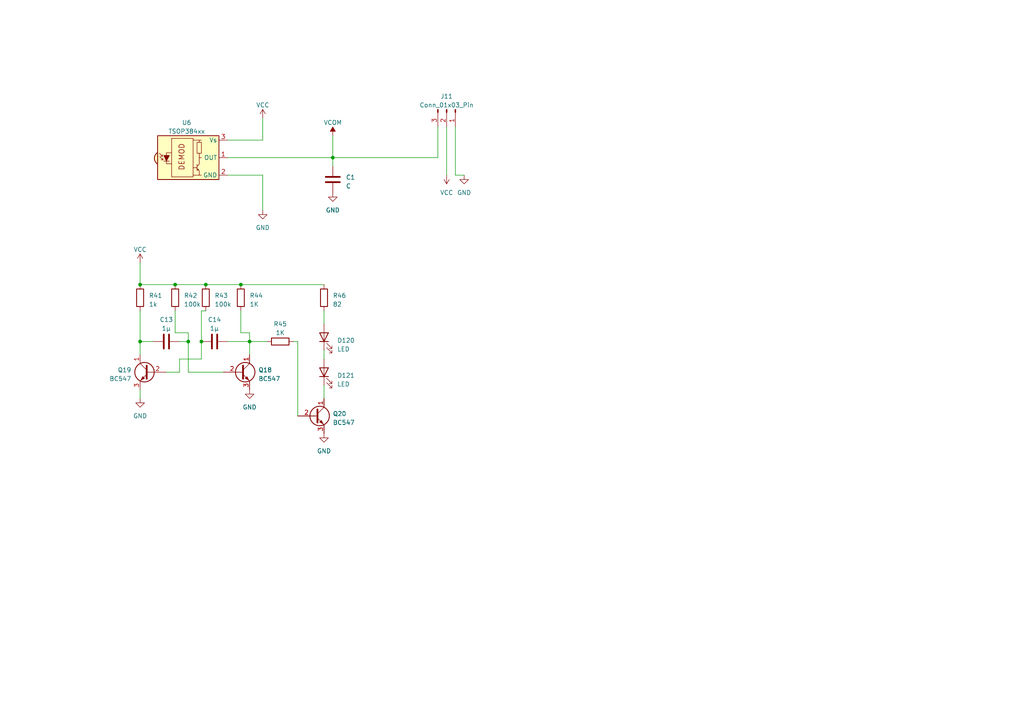
<source format=kicad_sch>
(kicad_sch (version 20230121) (generator eeschema)
  (paper "A4")
  (lib_symbols
    (symbol "Connector:Conn_01x03_Pin" (pin_names (offset 1.016) hide)
      (property "Reference" "J" (at 0 5.08 0))
      (property "Value" "Conn_01x03_Pin" (at 0 -5.08 0))
      (symbol "Conn_01x03_Pin_1_1"
        (polyline (pts (xy 1.27 -2.54) (xy 0.8636 -2.54)) (stroke (width 0.1524)))
        (polyline (pts (xy 1.27 0) (xy 0.8636 0)) (stroke (width 0.1524)))
        (polyline (pts (xy 1.27 2.54) (xy 0.8636 2.54)) (stroke (width 0.1524)))
        (rectangle (start 0.8636 -2.413) (end 0 -2.667) (stroke (width 0.1524)) (fill (type outline)))
        (rectangle (start 0.8636 0.127) (end 0 -0.127) (stroke (width 0.1524)) (fill (type outline)))
        (rectangle (start 0.8636 2.667) (end 0 2.413) (stroke (width 0.1524)) (fill (type outline)))
        (pin passive line (at 5.08 2.54 180) (length 3.81) (name "Pin_1") (number "1"))
        (pin passive line (at 5.08 0 180) (length 3.81) (name "Pin_2") (number "2"))
        (pin passive line (at 5.08 -2.54 180) (length 3.81) (name "Pin_3") (number "3"))
      )
    )
    (symbol "Device:C" (pin_numbers hide) (pin_names (offset 0.254))
      (property "Reference" "C" (at 0.635 2.54 0))
      (property "Value" "C" (at 0.635 -2.54 0))
      (symbol "C_0_1"
        (polyline (pts (xy -2.032 -0.762) (xy 2.032 -0.762)) (stroke (width 0.508)))
        (polyline (pts (xy -2.032 0.762) (xy 2.032 0.762)) (stroke (width 0.508)))
      )
      (symbol "C_1_1"
        (pin passive line (at 0 3.81 270) (length 2.794) (name "~") (number "1"))
        (pin passive line (at 0 -3.81 90) (length 2.794) (name "~") (number "2"))
      )
    )
    (symbol "Device:LED" (pin_numbers hide) (pin_names (offset 1.016) hide)
      (property "Reference" "D" (at 0 2.54 0))
      (property "Value" "LED" (at 0 -2.54 0))
      (symbol "LED_0_1"
        (polyline (pts (xy -1.27 -1.27) (xy -1.27 1.27)) (stroke (width 0.254)))
        (polyline (pts (xy -1.27 0) (xy 1.27 0)))
        (polyline (pts (xy 1.27 -1.27) (xy 1.27 1.27) (xy -1.27 0) (xy 1.27 -1.27)) (stroke (width 0.254)))
        (polyline (pts (xy -3.048 -0.762) (xy -4.572 -2.286) (xy -3.81 -2.286) (xy -4.572 -2.286) (xy -4.572 -1.524)))
        (polyline (pts (xy -1.778 -0.762) (xy -3.302 -2.286) (xy -2.54 -2.286) (xy -3.302 -2.286) (xy -3.302 -1.524)))
      )
      (symbol "LED_1_1"
        (pin passive line (at -3.81 0 0) (length 2.54) (name "K") (number "1"))
        (pin passive line (at 3.81 0 180) (length 2.54) (name "A") (number "2"))
      )
    )
    (symbol "Device:R" (pin_numbers hide) (pin_names (offset 0))
      (property "Reference" "R" (at 2.032 0 90))
      (property "Value" "R" (at 0 0 90))
      (symbol "R_0_1"
        (rectangle (start -1.016 -2.54) (end 1.016 2.54) (stroke (width 0.254)))
      )
      (symbol "R_1_1"
        (pin passive line (at 0 3.81 270) (length 1.27) (name "~") (number "1"))
        (pin passive line (at 0 -3.81 90) (length 1.27) (name "~") (number "2"))
      )
    )
    (symbol "Interface_Optical:TSOP384xx"
      (property "Reference" "U" (at -10.16 7.62 0))
      (property "Value" "TSOP384xx" (at -10.16 -7.62 0))
      (symbol "TSOP384xx_0_0"
        (arc (start -10.287 1.397) (mid -11.0899 -0.1852) (end -10.287 -1.778) (stroke (width 0.254)) (fill (type background)))
        (polyline (pts (xy 1.905 -5.08) (xy 0.127 -5.08)))
        (polyline (pts (xy 1.905 5.08) (xy 0.127 5.08)))
        (text "DEMOD" (at -3.175 0.254 900) (effects (font (size 1.524 1.524))))
      )
      (symbol "TSOP384xx_0_1"
        (rectangle (start -6.096 5.588) (end 0.127 -5.588))
        (polyline (pts (xy -8.763 0.381) (xy -9.652 1.27)))
        (polyline (pts (xy -8.763 0.381) (xy -9.271 0.381)))
        (polyline (pts (xy -8.763 0.381) (xy -8.763 0.889)))
        (polyline (pts (xy -8.636 -0.635) (xy -9.525 0.254)))
        (polyline (pts (xy -8.636 -0.635) (xy -9.144 -0.635)))
        (polyline (pts (xy -8.636 -0.635) (xy -8.636 -0.127)))
        (polyline (pts (xy -8.382 -1.016) (xy -6.731 -1.016)))
        (polyline (pts (xy 1.27 -2.921) (xy 0.127 -2.921)))
        (polyline (pts (xy 1.27 -1.905) (xy 1.27 -3.81)))
        (polyline (pts (xy 1.397 -3.556) (xy 1.524 -3.556)))
        (polyline (pts (xy 1.651 -3.556) (xy 1.524 -3.556)))
        (polyline (pts (xy 1.651 -3.556) (xy 1.651 -3.302)))
        (polyline (pts (xy 1.905 0) (xy 1.905 1.27)))
        (polyline (pts (xy 1.905 4.445) (xy 1.905 5.08) (xy 2.54 5.08)))
        (polyline (pts (xy -8.382 0.635) (xy -6.731 0.635) (xy -7.62 -1.016) (xy -8.382 0.635)) (fill (type outline)))
        (polyline (pts (xy -6.096 1.397) (xy -7.62 1.397) (xy -7.62 -1.778) (xy -6.096 -1.778)))
        (polyline (pts (xy 1.27 -3.175) (xy 1.905 -3.81) (xy 1.905 -5.08) (xy 2.54 -5.08)))
        (polyline (pts (xy 1.27 -2.54) (xy 1.905 -1.905) (xy 1.905 0) (xy 2.54 0)))
        (rectangle (start 2.54 1.27) (end 1.27 4.445))
        (rectangle (start 7.62 6.35) (end -10.16 -6.35) (stroke (width 0.254)) (fill (type background)))
      )
      (symbol "TSOP384xx_1_1"
        (pin output line (at 10.16 0 180) (length 2.54) (name "OUT") (number "1"))
        (pin power_in line (at 10.16 -5.08 180) (length 2.54) (name "GND") (number "2"))
        (pin power_in line (at 10.16 5.08 180) (length 2.54) (name "Vs") (number "3"))
      )
    )
    (symbol "Transistor_BJT:BC547" (pin_names (offset 0) hide)
      (property "Reference" "Q" (at 5.08 1.905 0))
      (property "Value" "BC547" (at 5.08 0 0))
      (symbol "BC547_0_1"
        (polyline (pts (xy 0 0) (xy 0.635 0)))
        (polyline (pts (xy 0.635 0.635) (xy 2.54 2.54)))
        (polyline (pts (xy 0.635 -0.635) (xy 2.54 -2.54) (xy 2.54 -2.54)))
        (polyline (pts (xy 0.635 1.905) (xy 0.635 -1.905) (xy 0.635 -1.905)) (stroke (width 0.508)))
        (polyline (pts (xy 1.27 -1.778) (xy 1.778 -1.27) (xy 2.286 -2.286) (xy 1.27 -1.778) (xy 1.27 -1.778)) (fill (type outline)))
        (circle (center 1.27 0) (radius 2.8194) (stroke (width 0.254)))
      )
      (symbol "BC547_1_1"
        (pin passive line (at 2.54 5.08 270) (length 2.54) (name "C") (number "1"))
        (pin input line (at -5.08 0 0) (length 5.08) (name "B") (number "2"))
        (pin passive line (at 2.54 -5.08 90) (length 2.54) (name "E") (number "3"))
      )
    )
    (symbol "power:GND" (power) (pin_names (offset 0))
      (property "Value" "GND" (at 0 -3.81 0))
      (symbol "GND_0_1"
        (polyline (pts (xy 0 0) (xy 0 -1.27) (xy 1.27 -1.27) (xy 0 -2.54) (xy -1.27 -1.27) (xy 0 -1.27)))
      )
      (symbol "GND_1_1"
        (pin power_in line (at 0 0 270) (length 0) hide (name "GND") (number "1"))
      )
    )
    (symbol "power:VCC" (power) (pin_names (offset 0))
      (property "Value" "VCC" (at 0 3.81 0))
      (symbol "VCC_0_1"
        (polyline (pts (xy -0.762 1.27) (xy 0 2.54)))
        (polyline (pts (xy 0 0) (xy 0 2.54)))
        (polyline (pts (xy 0 2.54) (xy 0.762 1.27)))
      )
      (symbol "VCC_1_1"
        (pin power_in line (at 0 0 90) (length 0) hide (name "VCC") (number "1"))
      )
    )
    (symbol "power:VCOM" (power) (pin_names (offset 0))
      (property "Value" "VCOM" (at 0 3.81 0))
      (symbol "VCOM_0_1"
        (polyline (pts (xy 0 0) (xy 0 2.54)))
        (polyline (pts (xy 0.762 1.27) (xy -0.762 1.27) (xy 0 2.54) (xy 0.762 1.27)) (fill (type outline)))
      )
      (symbol "VCOM_1_1"
        (pin power_in line (at 0 0 90) (length 0) hide (name "VCOM") (number "1"))
      )
    )
  )
  (junction (at 40.64 99.06))
  (junction (at 96.52 45.72))
  (junction (at 69.85 82.55))
  (junction (at 58.42 99.06))
  (junction (at 54.61 99.06))
  (junction (at 59.69 82.55))
  (junction (at 40.64 82.55))
  (junction (at 50.8 82.55))
  (junction (at 72.39 99.06))
  (wire (pts (xy 69.85 90.17) (xy 69.85 96.52)))
  (wire (pts (xy 72.39 96.52) (xy 72.39 99.06)))
  (wire (pts (xy 76.2 60.96) (xy 76.2 50.8)))
  (wire (pts (xy 40.64 76.2) (xy 40.64 82.55)))
  (wire (pts (xy 40.64 82.55) (xy 50.8 82.55)))
  (wire (pts (xy 93.98 101.6) (xy 93.98 104.14)))
  (wire (pts (xy 86.36 120.65) (xy 86.36 99.06)))
  (wire (pts (xy 72.39 99.06) (xy 77.47 99.06)))
  (wire (pts (xy 76.2 34.29) (xy 76.2 40.64)))
  (wire (pts (xy 52.07 107.95) (xy 52.07 104.14)))
  (wire (pts (xy 50.8 96.52) (xy 54.61 96.52)))
  (wire (pts (xy 96.52 39.37) (xy 96.52 45.72)))
  (wire (pts (xy 127 45.72) (xy 96.52 45.72)))
  (wire (pts (xy 96.52 45.72) (xy 96.52 48.26)))
  (wire (pts (xy 93.98 111.76) (xy 93.98 115.57)))
  (wire (pts (xy 76.2 50.8) (xy 66.04 50.8)))
  (wire (pts (xy 93.98 90.17) (xy 93.98 93.98)))
  (wire (pts (xy 66.04 99.06) (xy 72.39 99.06)))
  (wire (pts (xy 54.61 99.06) (xy 54.61 107.95)))
  (wire (pts (xy 54.61 96.52) (xy 54.61 99.06)))
  (wire (pts (xy 40.64 102.87) (xy 40.64 99.06)))
  (wire (pts (xy 48.26 107.95) (xy 52.07 107.95)))
  (wire (pts (xy 59.69 90.17) (xy 58.42 90.17)))
  (wire (pts (xy 58.42 104.14) (xy 58.42 99.06)))
  (wire (pts (xy 54.61 107.95) (xy 64.77 107.95)))
  (wire (pts (xy 129.54 36.83) (xy 129.54 50.8)))
  (wire (pts (xy 52.07 99.06) (xy 54.61 99.06)))
  (wire (pts (xy 76.2 40.64) (xy 66.04 40.64)))
  (wire (pts (xy 40.64 90.17) (xy 40.64 99.06)))
  (wire (pts (xy 132.08 50.8) (xy 134.62 50.8)))
  (wire (pts (xy 72.39 99.06) (xy 72.39 102.87)))
  (wire (pts (xy 50.8 82.55) (xy 59.69 82.55)))
  (wire (pts (xy 69.85 82.55) (xy 93.98 82.55)))
  (wire (pts (xy 66.04 45.72) (xy 96.52 45.72)))
  (wire (pts (xy 132.08 36.83) (xy 132.08 50.8)))
  (wire (pts (xy 59.69 82.55) (xy 69.85 82.55)))
  (wire (pts (xy 50.8 90.17) (xy 50.8 96.52)))
  (wire (pts (xy 40.64 99.06) (xy 44.45 99.06)))
  (wire (pts (xy 69.85 96.52) (xy 72.39 96.52)))
  (wire (pts (xy 58.42 90.17) (xy 58.42 99.06)))
  (wire (pts (xy 127 36.83) (xy 127 45.72)))
  (wire (pts (xy 40.64 115.57) (xy 40.64 113.03)))
  (wire (pts (xy 86.36 99.06) (xy 85.09 99.06)))
  (wire (pts (xy 52.07 104.14) (xy 58.42 104.14)))
  (symbol (lib_id "Device:R") (at 59.69 86.36 0) (unit 1)
    (property "Reference" "R43" (at 62.23 85.725 0) (effects (justify left)))
    (property "Value" "100k" (at 62.23 88.265 0) (effects (justify left)))
  )
  (symbol (lib_id "power:GND") (at 134.62 50.8 0) (unit 1)
    (property "Reference" "#PWR028" (effects hide))
    (property "Value" "GND" (at 134.62 55.88 0))
  )
  (symbol (lib_id "Device:C") (at 62.23 99.06 90) (unit 1)
    (property "Reference" "C14" (at 62.23 92.71 90))
    (property "Value" "1µ" (at 62.23 95.25 90))
  )
  (symbol (lib_id "Transistor_BJT:BC547") (at 91.44 120.65 0) (unit 1)
    (property "Reference" "Q20" (at 96.52 120.015 0) (effects (justify left)))
    (property "Value" "BC547" (at 96.52 122.555 0) (effects (justify left)))
    (property "Footprint" "Package_TO_SOT_THT:TO-92_Inline" (effects hide))
    (property "Datasheet" "https://www.onsemi.com/pub/Collateral/BC550-D.pdf" (effects hide))
  )
  (symbol (lib_id "Device:R") (at 81.28 99.06 90) (unit 1)
    (property "Reference" "R45" (at 81.28 93.98 90))
    (property "Value" "1K" (at 81.28 96.52 90))
  )
  (symbol (lib_id "Device:R") (at 93.98 86.36 0) (unit 1)
    (property "Reference" "R46" (at 96.52 85.725 0) (effects (justify left)))
    (property "Value" "82" (at 96.52 88.265 0) (effects (justify left)))
  )
  (symbol (lib_id "Device:C") (at 48.26 99.06 90) (unit 1)
    (property "Reference" "C13" (at 48.26 92.71 90))
    (property "Value" "1µ" (at 48.26 95.25 90))
  )
  (symbol (lib_id "Device:C") (at 96.52 52.07 0) (unit 1)
    (property "Reference" "C1" (at 100.33 51.435 0) (effects (justify left)))
    (property "Value" "C" (at 100.33 53.975 0) (effects (justify left)))
  )
  (symbol (lib_id "Transistor_BJT:BC547") (at 43.18 107.95 0) (mirror y) (unit 1)
    (property "Reference" "Q19" (at 38.1 107.315 0) (effects (justify left)))
    (property "Value" "BC547" (at 38.1 109.855 0) (effects (justify left)))
    (property "Footprint" "Package_TO_SOT_THT:TO-92_Inline" (effects hide))
    (property "Datasheet" "https://www.onsemi.com/pub/Collateral/BC550-D.pdf" (effects hide))
  )
  (symbol (lib_id "Interface_Optical:TSOP384xx") (at 55.88 45.72 0) (unit 1)
    (property "Reference" "U6" (at 54.145 35.56 0))
    (property "Value" "TSOP384xx" (at 54.145 38.1 0))
    (property "Footprint" "OptoDevice:Vishay_MINICAST-3Pin" (effects hide))
    (property "Datasheet" "http://www.vishay.com/docs/82491/tsop382.pdf" (effects hide))
  )
  (symbol (lib_id "power:VCC") (at 40.64 76.2 0) (unit 1)
    (property "Reference" "#PWR030" (effects hide))
    (property "Value" "VCC" (at 40.64 72.39 0))
  )
  (symbol (lib_id "power:GND") (at 40.64 115.57 0) (unit 1)
    (property "Reference" "#PWR031" (effects hide))
    (property "Value" "GND" (at 40.64 120.65 0))
  )
  (symbol (lib_id "power:GND") (at 96.52 55.88 0) (unit 1)
    (property "Reference" "#PWR024" (effects hide))
    (property "Value" "GND" (at 96.52 60.96 0))
  )
  (symbol (lib_id "power:VCC") (at 76.2 34.29 0) (unit 1)
    (property "Reference" "#PWR026" (effects hide))
    (property "Value" "VCC" (at 76.2 30.48 0))
  )
  (symbol (lib_id "Device:R") (at 69.85 86.36 0) (unit 1)
    (property "Reference" "R44" (at 72.39 85.725 0) (effects (justify left)))
    (property "Value" "1K" (at 72.39 88.265 0) (effects (justify left)))
  )
  (symbol (lib_id "Device:R") (at 40.64 86.36 0) (unit 1)
    (property "Reference" "R41" (at 43.18 85.725 0) (effects (justify left)))
    (property "Value" "1k" (at 43.18 88.265 0) (effects (justify left)))
  )
  (symbol (lib_id "Device:R") (at 50.8 86.36 0) (unit 1)
    (property "Reference" "R42" (at 53.34 85.725 0) (effects (justify left)))
    (property "Value" "100k" (at 53.34 88.265 0) (effects (justify left)))
  )
  (symbol (lib_id "Connector:Conn_01x03_Pin") (at 129.54 31.75 270) (unit 1)
    (property "Reference" "J11" (at 129.54 27.94 90))
    (property "Value" "Conn_01x03_Pin" (at 129.54 30.48 90))
  )
  (symbol (lib_id "power:GND") (at 93.98 125.73 0) (unit 1)
    (property "Reference" "#PWR033" (effects hide))
    (property "Value" "GND" (at 93.98 130.81 0))
  )
  (symbol (lib_id "Device:LED") (at 93.98 107.95 90) (unit 1)
    (property "Reference" "D121" (at 97.79 108.9025 90) (effects (justify right)))
    (property "Value" "LED" (at 97.79 111.4425 90) (effects (justify right)))
  )
  (symbol (lib_id "power:VCC") (at 129.54 50.8 180) (unit 1)
    (property "Reference" "#PWR02" (effects hide))
    (property "Value" "VCC" (at 129.54 55.88 0))
  )
  (symbol (lib_id "power:GND") (at 76.2 60.96 0) (unit 1)
    (property "Reference" "#PWR025" (effects hide))
    (property "Value" "GND" (at 76.2 66.04 0))
  )
  (symbol (lib_id "power:VCOM") (at 96.52 39.37 0) (unit 1)
    (property "Reference" "#PWR027" (effects hide))
    (property "Value" "VCOM" (at 96.52 35.56 0))
  )
  (symbol (lib_id "Device:LED") (at 93.98 97.79 90) (unit 1)
    (property "Reference" "D120" (at 97.79 98.7425 90) (effects (justify right)))
    (property "Value" "LED" (at 97.79 101.2825 90) (effects (justify right)))
  )
  (symbol (lib_id "power:GND") (at 72.39 113.03 0) (unit 1)
    (property "Reference" "#PWR032" (effects hide))
    (property "Value" "GND" (at 72.39 118.11 0))
  )
  (symbol (lib_id "Transistor_BJT:BC547") (at 69.85 107.95 0) (unit 1)
    (property "Reference" "Q18" (at 74.93 107.315 0) (effects (justify left)))
    (property "Value" "BC547" (at 74.93 109.855 0) (effects (justify left)))
    (property "Footprint" "Package_TO_SOT_THT:TO-92_Inline" (effects hide))
    (property "Datasheet" "https://www.onsemi.com/pub/Collateral/BC550-D.pdf" (effects hide))
  )
)
</source>
